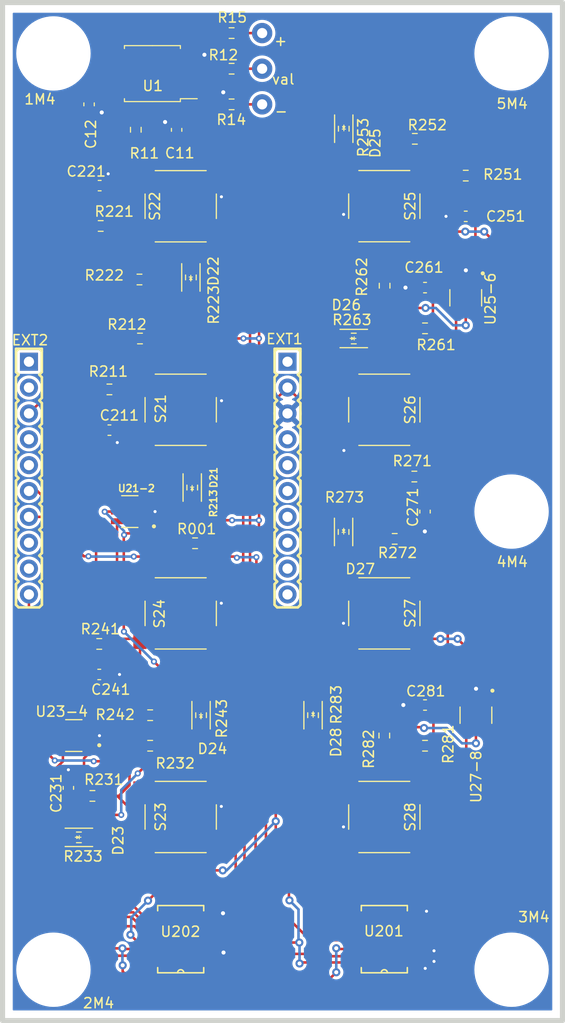
<source format=kicad_pcb>
(kicad_pcb (version 20211014) (generator pcbnew)
  (layers (0 "F.Cu" signal) (31 "B.Cu" signal) (34 "B.Paste" user) (35 "F.Paste" user) (36 "B.SilkS" user "B.Silkscreen") (37 "F.SilkS" user "F.Silkscreen") (38 "B.Mask" user) (39 "F.Mask" user) (44 "Edge.Cuts" user))
  (net 0 "")
  (net 1 "/ADC_CH7-U11RP1")
  (net 2 "GND")
  (net 3 "+3V3")
  (net 4 "Net-(C211-Pad1)")
  (net 5 "Net-(C221-Pad1)")
  (net 6 "Net-(C231-Pad1)")
  (net 7 "Net-(C241-Pad1)")
  (net 8 "Net-(C251-Pad1)")
  (net 9 "Net-(C261-Pad1)")
  (net 10 "Net-(C271-Pad1)")
  (net 11 "Net-(C281-Pad1)")
  (net 12 "Net-(D21-Pad1)")
  (net 13 "+5V")
  (net 14 "Net-(D22-Pad1)")
  (net 15 "Net-(D23-Pad1)")
  (net 16 "Net-(D24-Pad1)")
  (net 17 "Net-(D25-Pad1)")
  (net 18 "Net-(D26-Pad1)")
  (net 19 "Net-(D27-Pad1)")
  (net 20 "Net-(D28-Pad1)")
  (net 31 "/GPIO32-INTB")
  (net 32 "/I2C_SCL")
  (net 35 "/I2C_SDA")
  (net 37 "Net-(R14-Pad1)")
  (net 38 "Net-(R15-Pad2)")
  (net 39 "Net-(R211-Pad2)")
  (net 40 "Net-(R221-Pad2)")
  (net 41 "Net-(R231-Pad2)")
  (net 42 "Net-(R241-Pad2)")
  (net 43 "Net-(R251-Pad2)")
  (net 44 "Net-(R261-Pad2)")
  (net 45 "Net-(R271-Pad2)")
  (net 46 "Net-(R281-Pad2)")
  (net 47 "/U202P1-S21LED")
  (net 48 "/U202P0-S22LED")
  (net 49 "/U202P3-S23LED")
  (net 50 "/U202P2-S24LED")
  (net 51 "/U201P0-S25LED")
  (net 52 "/U201P3-S26LED")
  (net 53 "/U201P4-S27LED")
  (net 54 "/U201P7-S28LED")
  (net 55 "/U202P7-U212S22")
  (net 56 "/U202P6-U212S21")
  (net 57 "/U202P5-U234S24")
  (net 58 "/U202P4-U234S23")
  (net 59 "/U201P2-U256S26")
  (net 60 "/U201P1-U256S25")
  (net 64 "Net-(R12-Pad1)")
  (net 65 "Net-(R12-Pad2)")
  (net 66 "/U201P6-U278S28")
  (net 67 "/U201P5-U278S27")
  (net 68 "Net-(R11-Pad1)")
  (footprint "SOP65P640X110-16N:SOP65P640X110-16N" (layer "F.Cu") (at 20 92 180)
    (fp_text reference "U202")
    (fp_text value "PCA8574PW,118")
  )
  (footprint "Resistor_SMD:R_0603_1608Metric" (layer "F.Cu") (at 40 72 90)
    (fp_text reference "R282")
    (fp_text value "1KOhm")
  )
  (footprint "Resistor_SMD:R_0603_1608Metric" (layer "F.Cu") (at 11.3284 77.9272)
    (fp_text reference "R231")
    (fp_text value "10K")
  )
  (footprint "MountingHole:MountingHole_4.3mm_M4_ISO14580" (layer "F.Cu") (at 7.5 95)
    (fp_text reference "2M4")
    (fp_text value "MountingHole_4.3mm_M4_ISO14580" hide)
  )
  (footprint "3006:3006.2100" (layer "F.Cu") (at 20 20.01 90)
    (fp_text reference "S22")
    (fp_text value "3006.2100")
  )
  (footprint "Resistor_SMD:R_0603_1608Metric" (layer "F.Cu") (at 33 70 90)
    (fp_text reference "R283")
    (fp_text value "68Ohm")
  )
  (footprint "3006:3006.2100" (layer "F.Cu") (at 40 80 -90)
    (fp_text reference "S28")
    (fp_text value "3006.2100")
  )
  (footprint "Resistor_SMD:R_0603_1608Metric" (layer "F.Cu") (at 17 70)
    (fp_text reference "R242")
    (fp_text value "1KOhm")
  )
  (footprint "NSI45020T1G:SOD3716X135N" (layer "F.Cu") (at 36.0172 12.3924 90)
    (fp_text reference "D25")
    (fp_text value "NSI45020T1G")
  )
  (footprint "connecteur:HN1x10" (layer "F.Cu") (at 30.492 46.71 -90)
    (fp_text reference "EXT1")
    (fp_text value "NS(HN1x10)" hide)
  )
  (footprint "Resistor_SMD:R_0603_1608Metric" (layer "F.Cu") (at 21.4122 53.1114)
    (fp_text reference "R001")
    (fp_text value "10k")
  )
  (footprint "Resistor_SMD:R_0603_1608Metric" (layer "F.Cu") (at 44 32 180)
    (fp_text reference "R261")
    (fp_text value "10KOhm")
  )
  (footprint "Capacitor_SMD:C_0603_1608Metric" (layer "F.Cu") (at 44 28 180)
    (fp_text reference "C261")
    (fp_text value "100nF")
  )
  (footprint "Capacitor_SMD:C_0603_1608Metric" (layer "F.Cu") (at 48 21 180)
    (fp_text reference "C251")
    (fp_text value "100nF")
  )
  (footprint "Capacitor_SMD:C_0603_1608Metric" (layer "F.Cu") (at 13 42)
    (fp_text reference "C211")
    (fp_text value "100nF")
  )
  (footprint "Resistor_SMD:R_0603_1608Metric" (layer "F.Cu") (at 21.1328 47.6382 -90)
    (fp_text reference "R213")
    (fp_text value "68Ohm")
  )
  (footprint "Resistor_SMD:R_0603_1608Metric" (layer "F.Cu") (at 36.0172 12.3924 90)
    (fp_text reference "R253")
    (fp_text value "68Ohm")
  )
  (footprint "Resistor_SMD:R_0603_1608Metric" (layer "F.Cu") (at 22 70 -90)
    (fp_text reference "R243")
    (fp_text value "68Ohm")
  )
  (footprint "SN74LVC2G14DBVTG4:SOT95P280X145-6N" (layer "F.Cu") (at 9.5 72 180)
    (fp_text reference "U23-4")
    (fp_text value "SN74")
  )
  (footprint "MountingHole:MountingHole_4.3mm_M4_ISO14580" (layer "F.Cu") (at 52.5 95)
    (fp_text reference "3M4")
    (fp_text value "MountingHole_4.3mm_M4_ISO14580" hide)
  )
  (footprint "Resistor_SMD:R_0603_1608Metric" (layer "F.Cu") (at 25 6.5 180)
    (fp_text reference "R12")
    (fp_text value "150Ohm")
  )
  (footprint "SN74LVC2G14DBVTG4:SOT95P280X145-6N" (layer "F.Cu") (at 48 29 -90)
    (fp_text reference "U25-6")
    (fp_text value "SN74LVC2G14DBVTG4")
  )
  (footprint "connecteur:HN1x10" (layer "F.Cu") (at 5.092 46.71 -90)
    (fp_text reference "EXT2")
    (fp_text value "NS(HN1x10)" hide)
  )
  (footprint "NSI45020T1G:SOD3716X135N" (layer "F.Cu") (at 22 70 -90)
    (fp_text reference "D24")
    (fp_text value "NSI45020T1G")
  )
  (footprint "MountingHole:MountingHole_4.3mm_M4_ISO14580" (layer "F.Cu") (at 52.5 50)
    (fp_text reference "4M4")
    (fp_text value "MountingHole_4.3mm_M4_ISO14580" hide)
  )
  (footprint "3006:3006.2100" (layer "F.Cu") (at 20 80 90)
    (fp_text reference "S23")
    (fp_text value "3006.2100")
  )
  (footprint "MountingHole:MountingHole_4.3mm_M4_ISO14580" (layer "F.Cu") (at 52.5 5)
    (fp_text reference "5M4")
    (fp_text value "MountingHole_4.3mm_M4_ISO14580" hide)
  )
  (footprint "Resistor_SMD:R_0603_1608Metric" (layer "F.Cu") (at 41.021 52.6796 180)
    (fp_text reference "R272")
    (fp_text value "1KOhm")
  )
  (footprint "Resistor_SMD:R_0603_1608Metric" (layer "F.Cu") (at 10 82 180)
    (fp_text reference "R233")
    (fp_text value "68Ohm")
  )
  (footprint "Capacitor_SMD:C_0603_1608Metric" (layer "F.Cu") (at 12.0396 17.9832)
    (fp_text reference "C221")
    (fp_text value "100nF")
  )
  (footprint "SOP65P640X110-16N:SOP65P640X110-16N" (layer "F.Cu") (at 40 92 180)
    (fp_text reference "U201")
    (fp_text value "PCA8574PW,118")
  )
  (footprint "NSI45020T1G:SOD3716X135N" (layer "F.Cu") (at 33 70 90)
    (fp_text reference "D28")
    (fp_text value "NSI45020T1G")
  )
  (footprint "NSI45020T1G:SOD3716X135N" (layer "F.Cu") (at 21.1328 47.6382 -90)
    (fp_text reference "D21")
    (fp_text value "NSI45020T1G")
  )
  (footprint "NSI45020T1G:SOD3716X135N" (layer "F.Cu") (at 21 27 -90)
    (fp_text reference "D22")
    (fp_text value "NSI45020T1G")
  )
  (footprint "Capacitor_SMD:C_0603_1608Metric" (layer "F.Cu") (at 44 50 -90)
    (fp_text reference "C271")
    (fp_text value "100nF")
  )
  (footprint "Resistor_SMD:R_0603_1608Metric" (layer "F.Cu") (at 37 33 180)
    (fp_text reference "R263")
    (fp_text value "68Ohm")
  )
  (footprint "Resistor_SMD:R_0603_1608Metric" (layer "F.Cu") (at 25 3)
    (fp_text reference "R15")
    (fp_text value "3.9kOhm")
  )
  (footprint "3006:3006.2100" (layer "F.Cu") (at 40 20 -90)
    (fp_text reference "S25")
    (fp_text value "3006.2100")
  )
  (footprint "3006:3006.2100" (layer "F.Cu") (at 40 60 -90)
    (fp_text reference "S27")
    (fp_text value "3006.2100")
  )
  (footprint "Resistor_SMD:R_0603_1608Metric" (layer "F.Cu") (at 16 33)
    (fp_text reference "R212")
    (fp_text value "1KOhm")
  )
  (footprint "Resistor_SMD:R_0603_1608Metric" (layer "F.Cu") (at 48 17 180)
    (fp_text reference "R251")
    (fp_text value "10KOhm")
  )
  (footprint "NSI45020T1G:SOD3716X135N" (layer "F.Cu") (at 37 33 180)
    (fp_text reference "D26")
    (fp_text value "NSI45020T1G")
  )
  (footprint "Capacitor_SMD:C_0603_1608Metric" (layer "F.Cu") (at 12 66)
    (fp_text reference "C241")
    (fp_text value "100nF")
  )
  (footprint "Capacitor_SMD:C_0603_1608Metric" (layer "F.Cu") (at 44 69 180)
    (fp_text reference "C281")
    (fp_text value "100nF")
  )
  (footprint "Resistor_SMD:R_0603_1608Metric" (layer "F.Cu") (at 12 63)
    (fp_text reference "R241")
    (fp_text value "10KOhm")
  )
  (footprint "Package_SO:SOIC-8_5.275x5.275mm_P1.27mm" (layer "F.Cu") (at 17.22 6.98 180)
    (fp_text reference "U1")
    (fp_text value "LM358")
  )
  (footprint "Capacitor_SMD:C_0603_1608Metric" (layer "F.Cu") (at 11 10 -90)
    (fp_text reference "C12")
    (fp_text value "100nF")
  )
  (footprint "Resistor_SMD:R_0603_1608Metric" (layer "F.Cu") (at 15.9512 27.2034)
    (fp_text reference "R222")
    (fp_text value "1KOhm")
  )
  (footprint "Resistor_SMD:R_0603_1608Metric" (layer "F.Cu") (at 36 52 90)
    (fp_text reference "R273")
    (fp_text value "68Ohm")
  )
  (footprint "NSI45020T1G:SOD3716X135N" (layer "F.Cu") (at 10 82 180)
    (fp_text reference "D23")
    (fp_text value "NSI45020T1G")
  )
  (footprint "SN74LVC2G14DBVTG4:SOT95P280X145-6N" (layer "F.Cu") (at 49 70 -90)
    (fp_text reference "U27-8")
    (fp_text value "SN74LVC2G14DBVTG4")
  )
  (footprint "Resistor_SMD:R_0603_1608Metric" (layer "F.Cu") (at 40.0304 27.813 90)
    (fp_text reference "R262")
    (fp_text value "1KOhm")
  )
  (footprint "Resistor_SMD:R_0603_1608Metric" (layer "F.Cu") (at 42.9514 46.5582 180)
    (fp_text reference "R271")
    (fp_text value "10KOhm")
  )
  (footprint "3006:3006.2100" (layer "F.Cu") (at 20 40 90)
    (fp_text reference "S21")
    (fp_text value "3006.2100")
  )
  (footprint "Resistor_SMD:R_0603_1608Metric" (layer "F.Cu") (at 15.59 12.495 -90)
    (fp_text reference "R11")
    (fp_text value "10KOhm")
  )
  (footprint "Resistor_SMD:R_0603_1608Metric" (layer "F.Cu") (at 17 73)
    (fp_text reference "R232")
    (fp_text value "1K")
  )
  (footprint "Capacitor_SMD:C_0603_1608Metric" (layer "F.Cu") (at 19.6 12.505 90)
    (fp_text reference "C11")
    (fp_text value "100nF")
  )
  (footprint "Resistor_SMD:R_0603_1608Metric" (layer "F.Cu") (at 13 38)
    (fp_text reference "R211")
    (fp_text value "10KOhm")
  )
  (footprint "NSI45020T1G:SOD3716X135N" (layer "F.Cu") (at 36 52 90)
    (fp_text reference "D27")
    (fp_text value "NSI45020T1G")
  )
  (footprint "SN74LVC2G14DBVTG4:SOT95P280X145-6N" (layer "F.Cu") (at 15 50 180)
    (fp_text reference "U21-2")
    (fp_text value "SN74LV")
  )
  (footprint "Resistor_SMD:R_0603_1608Metric" (layer "F.Cu") (at 21 27 -90)
    (fp_text reference "R223")
    (fp_text value "68Ohm")
  )
  (footprint "3006:3006.2100" (layer "F.Cu") (at 40 40 -90)
    (fp_text reference "S26")
    (fp_text value "3006.2100")
  )
  (footprint "Resistor_SMD:R_0603_1608Metric" (layer "F.Cu") (at 12.1412 21.9456)
    (fp_text reference "R221")
    (fp_text value "10KOhm")
  )
  (footprint "3006:3006.2100" (layer "F.Cu") (at 20 60 90)
    (fp_text reference "S24")
    (fp_text value "3006.2100")
  )
  (footprint "Capacitor_SMD:C_0603_1608Metric" (layer "F.Cu") (at 8.9662 77.1398 90)
    (fp_text reference "C231")
    (fp_text value "100nF")
  )
  (footprint "Resistor_SMD:R_0603_1608Metric" (layer "F.Cu") (at 44 73 180)
    (fp_text reference "R281")
    (fp_text value "10KOhm")
  )
  (footprint "Resistor_SMD:R_0603_1608Metric" (layer "F.Cu") (at 43 13.3858 180)
    (fp_text reference "R252")
    (fp_text value "1KOhm")
  )
  (footprint "Resistor_SMD:R_0603_1608Metric" (layer "F.Cu") (at 25 10 180)
    (fp_text reference "R14")
    (fp_text value "680Ohm")
  )
  (footprint "MountingHole:MountingHole_4.3mm_M4_ISO14580" (layer "F.Cu") (at 7.5 5)
    (fp_text reference "1M4")
    (fp_text value "MountingHole_4.3mm_M4_ISO14580" hide)
  )
  (gr_rect locked (start 2.5 0) (end 57.5 100) (layer "Edge.Cuts") (width 0.5) (fill none))
  (gr_text "-" (at 29.8704 10.668) (layer "F.SilkS") (effects (font (size 1 1))))
  (gr_text "val" (at 30.0736 7.5438) (layer "F.SilkS") (effects (font (size 1 1))))
  (gr_text "+" (at 29.8196 3.7592) (layer "F.SilkS") (effects (font (size 1 1))))
  (segment locked (start 15.59 13.32) (end 19.56 13.32) (width 0.25) (layer "F.Cu") (net 1))
  (segment locked (start 8.68 36.772) (end 5.092 40.36) (width 0.25) (layer "F.Cu") (net 1))
  (segment locked (start 10.2 14.53) (end 8.68 16.05) (width 0.25) (layer "F.Cu") (net 1))
  (segment locked (start 14.38 14.53) (end 10.2 14.53) (width 0.25) (layer "F.Cu") (net 1))
  (segment locked (start 15.59 13.32) (end 14.38 14.53) (width 0.25) (layer "F.Cu") (net 1))
  (segment locked (start 19.56 13.32) (end 19.6 13.28) (width 0.25) (layer "F.Cu") (net 1))
  (segment locked (start 8.68 16.05) (end 8.68 36.772) (width 0.25) (layer "F.Cu") (net 1))
  (segment locked (start 44.1198 89.2556) (end 43.6614 89.714) (width 0.25) (layer "F.Cu") (net 2))
  (segment locked (start 24.2062 93.313) (end 23.8936 93.6256) (width 0.25) (layer "F.Cu") (net 2))
  (segment locked (start 49 67.41) (end 49.01 67.4) (width 0.25) (layer "F.Cu") (net 2))
  (segment locked (start 35.99 60.97) (end 36 60.98) (width 0.25) (layer "F.Cu") (net 2))
  (segment locked (start 12.8778 16.8261) (end 12.8778 17.92) (width 0.25) (layer "F.Cu") (net 2))
  (segment locked (start 24.2062 93.313) (end 23.8584 92.9652) (width 0.25) (layer "F.Cu") (net 2))
  (segment locked (start 24.1808 8.8138) (end 24.175 8.8196) (width 0.25) (layer "F.Cu") (net 2))
  (segment locked (start 23.8936 89.714) (end 22.8702 89.714) (width 0.25) (layer "F.Cu") (net 2))
  (segment locked (start 36 60.98) (end 36 62.5) (width 0.25) (layer "F.Cu") (net 2))
  (segment locked (start 12.01 72) (end 10.755 72) (width 0.25) (layer "F.Cu") (net 2))
  (segment locked (start 22.275 5.075) (end 22.33 5.13) (width 0.25) (layer "F.Cu") (net 2))
  (segment locked (start 44.7052 92.9652) (end 42.8702 92.9652) (width 0.25) (layer "F.Cu") (net 2))
  (segment locked (start 35.99 80.97) (end 36 80.98) (width 0.25) (layer "F.Cu") (net 2))
  (segment locked (start 24 39.1) (end 24.01 39.11) (width 0.25) (layer "F.Cu") (net 2))
  (segment locked (start 24 78.95) (end 24 77.5) (width 0.25) (layer "F.Cu") (net 2))
  (segment locked (start 13.775 43.215) (end 13.77 43.22) (width 0.25) (layer "F.Cu") (net 2))
  (segment locked (start 43.225 28) (end 42.08 28) (width 0.25) (layer "F.Cu") (net 2))
  (segment locked (start 43.6614 89.714) (end 42.8702 89.714) (width 0.25) (layer "F.Cu") (net 2))
  (segment locked (start 19.6 11.73) (end 18.4706 11.73) (width 0.25) (layer "F.Cu") (net 2))
  (segment locked (start 44.0182 94.869) (end 43.4352 94.286) (width 0.25) (layer "F.Cu") (net 2))
  (segment locked (start 11 10.775) (end 12.2228 10.775) (width 0.25) (layer "F.Cu") (net 2))
  (segment locked (start 44.8818 93.1418) (end 44.7052 92.9652) (width 0.25) (layer "F.Cu") (net 2))
  (segment locked (start 48 26.31) (end 48.01 26.3) (width 0.25) (layer "F.Cu") (net 2))
  (segment locked (start 24.1554 89.4522) (end 23.8936 89.714) (width 0.25) (layer "F.Cu") (net 2))
  (segment locked (start 44.1452 89.2556) (end 44.1198 89.2556) (width 0.25) (layer "F.Cu") (net 2))
  (segment locked (start 36 22.5) (end 36 20.81) (width 0.25) (layer "F.Cu") (net 2))
  (segment locked (start 23.99 78.96) (end 24 78.95) (width 0.25) (layer "F.Cu") (net 2))
  (segment locked (start 44.3242 93.6256) (end 42.8702 93.6256) (width 0.25) (layer "F.Cu") (net 2))
  (segment locked (start 24 37.5) (end 24 39.1) (width 0.25) (layer "F.Cu") (net 2))
  (segment locked (start 12.775 66) (end 13.99 66) (width 0.25) (layer "F.Cu") (net 2))
  (segment locked (start 12.02 72.01) (end 12.01 72) (width 0.25) (layer "F.Cu") (net 2))
  (segment locked (start 18.4706 11.73) (end 18.4658 11.7348) (width 0.25) (layer "F.Cu") (net 2))
  (segment locked (start 12.2228 10.775) (end 12.2428 10.795) (width 0.25) (layer "F.Cu") (net 2))
  (segment locked (start 17.48 50) (end 16.255 50) (width 0.25) (layer "F.Cu") (net 2))
  (segment locked (start 43.4352 94.286) (end 42.8702 94.286) (width 0.25) (layer "F.Cu") (net 2))
  (segment locked (start 43.225 69) (end 41.87 69) (width 0.25) (layer "F.Cu") (net 2))
  (segment locked (start 48 27.745) (end 48 26.31) (width 0.25) (layer "F.Cu") (net 2))
  (segment locked (start 24 19.08) (end 24 17.51) (width 0.25) (layer "F.Cu") (net 2))
  (segment locked (start 23.8584 92.9652) (end 22.8702 92.9652) (width 0.25) (layer "F.Cu") (net 2))
  (segment locked (start 23.99 59) (end 24 58.99) (width 0.25) (layer "F.Cu") (net 2))
  (segment locked (start 44.8818 94.1832) (end 44.3242 93.6256) (width 0.25) (layer "F.Cu") (net 2))
  (segment locked (start 44 50.775) (end 44 51.93) (width 0.25) (layer "F.Cu") (net 2))
  (segment locked (start 49 68.745) (end 49 67.41) (width 0.25) (layer "F.Cu") (net 2))
  (segment locked (start 20.82 5.075) (end 22.275 5.075) (width 0.25) (layer "F.Cu") (net 2))
  (segment locked (start 46.06 21) (end 47.225 21) (width 0.25) (layer "F.Cu") (net 2))
  (segment locked (start 23.8936 93.6256) (end 22.8702 93.6256) (width 0.25) (layer "F.Cu") (net 2))
  (segment locked (start 12.8717 17.9261) (end 12.8828 17.9261) (width 0.25) (layer "F.Cu") (net 2))
  (segment locked (start 12.8778 17.92) (end 12.8717 17.9261) (width 0.25) (layer "F.Cu") (net 2))
  (segment locked (start 13.775 42) (end 13.775 43.215) (width 0.25) (layer "F.Cu") (net 2))
  (segment locked (start 36 80.98) (end 36 82.5) (width 0.25) (layer "F.Cu") (net 2))
  (segment locked (start 36 43.97) (end 36 42.5) (width 0.25) (layer "F.Cu") (net 2))
  (segment locked (start 24.175 8.8196) (end 24.175 10) (width 0.25) (layer "F.Cu") (net 2))
  (segment locked (start 8.9662 75.3618) (end 8.9662 76.3648) (width 0.25) (layer "F.Cu") (net 2))
  (segment locked (start 24 58.99) (end 24 57.5) (width 0.25) (layer "F.Cu") (net 2))
  (via locked (at 48.01 26.3) (size 0.8) (drill 0.4) (layers "F.Cu" "B.Cu") (net 2))
  (via locked (at 23.99 78.96) (size 0.6) (drill 0.3) (layers "F.Cu" "B.Cu") (net 2))
  (via locked (at 49.01 67.4) (size 0.8) (drill 0.4) (layers "F.Cu" "B.Cu") (net 2))
  (via locked (at 35.99 60.97) (size 0.6) (drill 0.3) (layers "F.Cu" "B.Cu") (net 2))
  (via locked (at 12.8778 16.8261) (size 0.6) (drill 0.3) (layers "F.Cu" "B.Cu") (net 2))
  (via locked (at 44.1452 89.2556) (size 0.6) (drill 0.3) (layers "F.Cu" "B.Cu") (net 2))
  (via locked (at 12.2428 10.795) (size 0.8) (drill 0.4) (layers "F.Cu" "B.Cu") (net 2))
  (via locked (at 35.99 80.97) (size 0.6) (drill 0.3) (layers "F.Cu" "B.Cu") (net 2))
  (via locked (at 46.06 21) (size 0.6) (drill 0.3) (layers "F.Cu" "B.Cu") (net 2))
  (via locked (at 13.77 43.22) (size 0.6) (drill 0.3) (layers "F.Cu" "B.Cu") (net 2))
  (via locked (at 44.8818 94.1832) (size 0.6) (drill 0.3) (layers "F.Cu" "B.Cu") (net 2))
  (via locked (at 13.99 66) (size 0.6) (drill 0.3) (layers "F.Cu" "B.Cu") (net 2))
  (via locked (at 23.99 59) (size 0.6) (drill 0.3) (layers "F.Cu" "B.Cu") (net 2))
  (via locked (at 36.03 44) (size 0.6) (drill 0.3) (layers "F.Cu" "B.Cu") (net 2))
  (via locked (at 18.4658 11.7348) (size 0.8) (drill 0.4) (layers "F.Cu" "B.Cu") (net 2))
  (via locked (at 24.1554 89.4522) (size 0.8) (drill 0.4) (layers "F.Cu" "B.Cu") (net 2))
  (via locked (at 12.02 72.01) (size 0.6) (drill 0.3) (layers "F.Cu" "B.Cu") (net 2))
  (via locked (at 17.48 50) (size 0.6) (drill 0.3) (layers "F.Cu" "B.Cu") (net 2))
  (via locked (at 43.98 51.95) (size 0.8) (drill 0.4) (layers "F.Cu" "B.Cu") (net 2))
  (via locked (at 24 19.08) (size 0.6) (drill 0.3) (layers "F.Cu" "B.Cu") (net 2))
  (via locked (at 44.0182 94.869) (size 0.6) (drill 0.3) (layers "F.Cu" "B.Cu") (net 2))
  (via locked (at 42.08 28) (size 0.8) (drill 0.4) (layers "F.Cu" "B.Cu") (net 2))
  (via locked (at 36 20.81) (size 0.6) (drill 0.3) (layers "F.Cu" "B.Cu") (net 2))
  (via locked (at 24.1808 8.8138) (size 0.8) (drill 0.4) (layers "F.Cu" "B.Cu") (net 2))
  (via locked (at 8.9662 75.3618) (size 0.6) (drill 0.3) (layers "F.Cu" "B.Cu") (net 2))
  (via locked (at 41.87 69) (size 0.8) (drill 0.4) (layers "F.Cu" "B.Cu") (net 2))
  (via locked (at 22.33 5.13) (size 0.8) (drill 0.4) (layers "F.Cu" "B.Cu") (net 2))
  (via locked (at 24.2062 93.313) (size 0.8) (drill 0.4) (layers "F.Cu" "B.Cu") (net 2))
  (via locked (at 44.8818 93.1418) (size 0.6) (drill 0.3) (layers "F.Cu" "B.Cu") (net 2))
  (via locked (at 24.01 39.11) (size 0.6) (drill 0.3) (layers "F.Cu" "B.Cu") (net 2))
  (segment locked (start 31.56 22.45) (end 27.7 26.31) (width 0.25) (layer "F.Cu") (net 3))
  (segment locked (start 17.37 64.73) (end 17.825 65.185) (width 0.25) (layer "F.Cu") (net 3))
  (segment locked (start 17.825 71.995) (end 17.825 73) (width 0.25) (layer "F.Cu") (net 3))
  (segment locked (start 40.8046 26.988) (end 41.13 26.6626) (width 0.25) (layer "F.Cu") (net 3))
  (segment locked (start 13.28 9.225) (end 11.965 9.225) (width 0.25) (layer "F.Cu") (net 3))
  (segment locked (start 48 31.7) (end 48 30.255) (width 0.25) (layer "F.Cu") (net 3))
  (segment locked (start 16.1036 94.9706) (end 17.1196 95.9866) (width 0.25) (layer "F.Cu") (net 3))
  (segment locked (start 25.905 4.73) (end 24.175 3) (width 0.25) (layer "F.Cu") (net 3))
  (segment locked (start 24.257 94.7354) (end 23.8076 94.286) (width 0.25) (layer "F.Cu") (net 3))
  (segment locked (start 30.353 79.4766) (end 30.353 61.6458) (width 0.25) (layer "F.Cu") (net 3))
  (segment locked (start 22 71.73) (end 22 70.825) (width 0.25) (layer "F.Cu") (net 3))
  (segment locked (start 30.6324 79.756) (end 30.353 79.4766) (width 0.25) (layer "F.Cu") (net 3))
  (segment locked (start 14.158411 79.791589) (end 7.998411 79.791589) (width 0.25) (layer "F.Cu") (net 3))
  (segment locked (start 17.825 73) (end 20.73 73) (width 0.25) (layer "F.Cu") (net 3))
  (segment locked (start 7.77 80.02) (end 7.77 81.5) (width 0.25) (layer "F.Cu") (net 3))
  (segment locked (start 36.0172 10.6624) (end 36.0172 9.8552) (width 0.25) (layer "F.Cu") (net 3))
  (segment locked (start 30.492 37.82) (end 27.7 40.612) (width 0.25) (layer "F.Cu") (net 3))
  (segment locked (start 31.6484 92.329) (end 28.194 92.329) (width 0.25) (layer "F.Cu") (net 3))
  (segment locked (start 19.7866 53.1114) (end 20.5872 53.1114) (width 0.25) (layer "F.Cu") (net 3))
  (segment locked (start 38.28 47.02) (end 34.15 47.02) (width 0.25) (layer "F.Cu") (net 3))
  (segment locked (start 21 28.73) (end 21 27.825) (width 0.25) (layer "F.Cu") (net 3))
  (segment locked (start 18.37 52.14) (end 18.5926 51.9174) (width 0.25) (layer "F.Cu") (net 3))
  (segment locked (start 21.1328 49.3682) (end 21.1328 48.4632) (width 0.25) (layer "F.Cu") (net 3))
  (segment locked (start 40.196 52.6796) (end 40.196 48.936) (width 0.25) (layer "F.Cu") (net 3))
  (segment locked (start 36 50.27) (end 34.536978 50.27) (width 0.25) (layer "F.Cu") (net 3))
  (segment locked (start 26.162 32.9946) (end 18.8214 32.9946) (width 0.25) (layer "F.Cu") (net 3))
  (segment locked (start 14.44 52.29) (end 14.59 52.14) (width 0.25) (layer "F.Cu") (net 3))
  (segment locked (start 12.5445 50) (end 13.745 50) (width 0.25) (layer "F.Cu") (net 3))
  (segment locked (start 17.825 73) (end 17.825 73.675) (width 0.25) (layer "F.Cu") (net 3))
  (segment locked (start 49 71.255) (end 49 72.94) (width 0.25) (layer "F.Cu") (net 3))
  (segment locked (start 11.965 3.895) (end 11.965 9.225) (width 0.25) (layer "F.Cu") (net 3))
  (segment locked (start 36.0172 9.8552) (end 36.4524 9.42) (width 0.25) (layer "F.Cu") (net 3))
  (segment locked (start 34.31 9.42) (end 37.4108 9.42) (width 0.25) (layer "F.Cu") (net 3))
  (segment locked (start 12.1764 74.5236) (end 14.6 72.1) (width 0.25) (layer "F.Cu") (net 3))
  (segment locked (start 24.257 95.8342) (end 24.257 94.7354) (width 0.25) (layer "F.Cu") (net 3))
  (segment locked (start 16.7762 32.9512) (end 16.825 33) (width 0.25) (layer "F.Cu") (net 3))
  (segment locked (start 21 30.816) (end 21 28.73) (width 0.25) (layer "F.Cu") (net 3))
  (segment locked (start 23.6486 94.286) (end 22.8702 94.286) (width 0.25) (layer "F.Cu") (net 3))
  (segment locked (start 27.7 50.8368) (end 27.686 50.8508) (width 0.25) (layer "F.Cu") (net 3))
  (segment locked (start 41.13 26.6626) (end 41.13 25.2804) (width 0.25) (layer "F.Cu") (net 3))
  (segment locked (start 16.7762 27.2034) (end 16.7762 32.9512) (width 0.25) (layer "F.Cu") (net 3))
  (segment locked (start 14.59 52.14) (end 18.37 52.14) (width 0.25) (layer "F.Cu") (net 3))
  (segment locked (start 36.4524 9.42) (end 37.4108 9.42) (width 0.25) (layer "F.Cu") (net 3))
  (segment locked (start 33.979989 34.290011) (end 33.979989 41.635811) (width 0.25) (layer "F.Cu") (net 3))
  (segment locked (start 34.31 9.42) (end 29.62 4.73) (width 0.25) (layer "F.Cu") (net 3))
  (segment locked (start 21.1328 49.3772) (end 19.5832 50.9268) (width 0.25) (layer "F.Cu") (net 3))
  (segment locked (start 23.8076 94.286) (end 23.6486 94.286) (width 0.25) (layer "F.Cu") (net 3))
  (segment locked (start 7.63025 74.45) (end 6.9596 73.77935) (width 0.25) (layer "F.Cu") (net 3))
  (segment locked (start 42.175 10.725) (end 42.175 13.3858) (width 0.25) (layer "F.Cu") (net 3))
  (segment locked (start 27.7 26.31) (end 27.7 41.34) (width 0.25) (layer "F.Cu") (net 3))
  (segment locked (start 41.13 25.2804) (end 40.64 24.7904) (width 0.25) (layer "F.Cu") (net 3))
  (segment locked (start 18.5926 51.9174) (end 19.34 51.17) (width 0.25) (layer "F.Cu") (net 3))
  (segment locked (start 33.979989 49.713011) (end 33.979989 65.154989) (width 0.25) (layer "F.Cu") (net 3))
  (segment locked (start 33.979989 46.849989) (end 33.979989 49.713011) (width 0.25) (layer "F.Cu") (net 3))
  (segment locked (start 6.9596 73.77935) (end 6.9596 72.4154) (width 0.25) (layer "F.Cu") (net 3))
  (segment locked (start 13.62 8.885) (end 13.28 9.225) (width 0.25) (layer "F.Cu") (net 3))
  (segment locked (start 14.41 52.32) (end 14.41 61.77) (width 0.25) (layer "F.Cu") (net 3))
  (segment locked (start 17.825 65.185) (end 17.825 71.995) (width 0.25) (layer "F.Cu") (net 3))
  (segment locked (start 7.998411 79.791589) (end 7.77 80.02) (width 0.25) (layer "F.Cu") (net 3))
  (segment locked (start 14.41 61.77) (end 14.425 61.785) (width 0.25) (layer "F.Cu") (net 3))
  (segment locked (start 31.6738 94.3864) (end 31.7742 94.286) (width 0.25) (layer "F.Cu") (net 3))
  (segment locked (start 30.6324 88.138) (end 30.6324 79.756) (width 0.25) (layer "F.Cu") (net 3))
  (segment locked (start 28.194 92.329) (end 26.237 94.286) (width 0.25) (layer "F.Cu") (net 3))
  (segment locked (start 11.965 9.225) (end 11 9.225) (width 0.25) (layer "F.Cu") (net 3))
  (segment locked (start 40.196 48.936) (end 38.28 47.02) (width 0.25) (layer "F.Cu") (net 3))
  (segment locked (start 16.1036 94.6912) (end 16.1036 94.9706) (width 0.25) (layer "F.Cu") (net 3))
  (segment locked (start 16.5088 94.286) (end 16.1036 94.6912) (width 0.25) (layer "F.Cu") (net 3))
  (segment locked (start 24.1046 95.9866) (end 24.257 95.8342) (width 0.25) (layer "F.Cu") (net 3))
  (segment locked (start 14.6 72.1) (end 17.72 72.1) (width 0.25) (layer "F.Cu") (net 3))
  (segment locked (start 7.375 72) (end 8.245 72) (width 0.25) (layer "F.Cu") (net 3))
  (segment locked (start 27.686 52.5018) (end 27.686 50.8508) (width 0.25) (layer "F.Cu") (net 3))
  (segment locked (start 40.87 9.42) (end 42.175 10.725) (width 0.25) (layer "F.Cu") (net 3))
  (segment locked (start 33.979989 65.154989) (end 40 71.175) (width 0.25) (layer "F.Cu") (net 3))
  (segment locked (start 28.2956 59.5884) (end 28.2956 53.1114) (width 0.25) (layer "F.Cu") (net 3))
  (segment locked (start 27.7 41.34) (end 27.7 50.8368) (width 0.25) (layer "F.Cu") (net 3))
  (segment locked (start 27.7 40.612) (end 27.7 41.34) (width 0.25) (layer "F.Cu") (net 3))
  (segment locked (start 43.815 71.175) (end 43.9 71.26) (width 0.25) (layer "F.Cu") (net 3))
  (segment locked (start 33.979989 41.635811) (end 33.979989 46.849989) (width 0.25) (layer "F.Cu") (net 3))
  (segment locked (start 40.64 24.7904) (end 33.9004 24.7904) (width 0.25) (layer "F.Cu") (net 3))
  (segment locked (start 40 71.175) (end 43.815 71.175) (width 0.25) (layer "F.Cu") (net 3))
  (segment locked (start 19.6592 50.8508) (end 19.5832 50.9268) (width 0.25) (layer "F.Cu") (net 3))
  (segment locked (start 36 50.27) (end 36 51.175) (width 0.25) (layer "F.Cu") (net 3))
  (segment locked (start 11.4554 74.5236) (end 12.1764 74.5236) (width 0.25) (layer "F.Cu") (net 3))
  (segment locked (start 30.492 37.82) (end 33.979989 41.307989) (width 0.25) (layer "F.Cu") (net 3))
  (segment locked (start 14.44 52.29) (end 14.41 52.32) (width 0.25) (layer "F.Cu") (net 3))
  (segment locked (start 17.825 73.675) (end 15.78 75.72) (width 0.25) (layer "F.Cu") (net 3))
  (segment locked (start 7.77 81.5) (end 8.27 82) (width 0.25) (layer "F.Cu") (net 3))
  (segment locked (start 35.27 33) (end 33.979989 34.290011) (width 0.25) (layer "F.Cu") (net 3))
  (segment locked (start 28.2956 53.1114) (end 27.686 52.5018) (width 0.25) (layer "F.Cu") (net 3))
  (segment locked (start 44.0505 30) (end 42.49 30) (width 0.25) (layer "F.Cu") (net 3))
  (segment locked (start 21.1328 49.3682) (end 21.1328 49.3772) (width 0.25) (layer "F.Cu") (net 3))
  (segment locked (start 18.816 33) (end 21 30.816) (width 0.25) (layer "F.Cu") (net 3))
  (segment locked (start 24.175 3) (end 12.86 3) (width 0.25) (layer "F.Cu") (net 3))
  (segment locked (start 30.6832 88.1888) (end 30.6324 88.138) (width 0.25) (layer "F.Cu") (net 3))
  (segment locked (start 33.979989 41.307989) (end 33.979989 41.635811) (width 0.25) (layer "F.Cu") (net 3))
  (segment locked (start 25.0444 50.8508) (end 19.6592 50.8508) (width 0.25) (layer "F.Cu") (net 3))
  (segment locked (start 17.825 70) (end 17.825 65.185) (width 0.25) (layer "F.Cu") (net 3))
  (segment locked (start 30.353 61.6458) (end 28.2956 59.5884) (width 0.25) (layer "F.Cu") (net 3))
  (segment locked (start 26.237 94.286) (end 23.6486 94.286) (width 0.25) (layer "F.Cu") (net 3))
  (segment locked (start 18.5926 51.9174) (end 19.7866 53.1114) (width 0.25) (layer "F.Cu") (net 3))
  (segment locked (start 12.86 3) (end 11.965 3.895) (width 0.25) (layer "F.Cu") (net 3))
  (segment locked (start 17.1196 95.9866) (end 24.1046 95.9866) (width 0.25) (layer "F.Cu") (net 3))
  (segment locked (start 6.9596 72.4154) (end 7.375 72) (width 0.25) (layer "F.Cu") (net 3))
  (segment locked (start 42.49 30) (end 41.13 28.64) (width 0.25) (layer "F.Cu") (net 3))
  (segment locked (start 31.56 22.45) (end 31.56 12.17) (width 0.25) (layer "F.Cu") (net 3))
  (segment locked (start 8.27 82) (end 9.175 82) (width 0.25) (layer "F.Cu") (net 3))
  (segment locked (start 35.27 33) (end 36.175 33) (width 0.25) (layer "F.Cu") (net 3))
  (segment locked (start 29.62 4.73) (end 25.905 4.73) (width 0.25) (layer "F.Cu") (net 3))
  (segment locked (start 33 68.27) (end 33 66.134978) (width 0.25) (layer "F.Cu") (net 3))
  (segment locked (start 16.825 33) (end 18.816 33) (width 0.25) (layer "F.Cu") (net 3))
  (segment locked (start 20.73 73) (end 22 71.73) (width 0.25) (layer "F.Cu") (net 3))
  (segment locked (start 31.7742 94.286) (end 37.1298 94.286) (width 0.25) (layer "F.Cu") (net 3))
  (segment locked (start 34.15 47.02) (end 33.979989 46.849989) (width 0.25) (layer "F.Cu") (net 3))
  (segment locked (start 34.536978 50.27) (end 33.979989 49.713011) (width 0.25) (layer "F.Cu") (net 3))
  (segment locked (start 17.1298 94.286) (end 16.5088 94.286) (width 0.25) (layer "F.Cu") (net 3))
  (segment locked (start 37.4108 9.42) (end 40.87 9.42) (width 0.25) (layer "F.Cu") (net 3))
  (segment locked (start 31.56 12.17) (end 34.31 9.42) (width 0.25) (layer "F.Cu") (net 3))
  (segment locked (start 40.0304 26.988) (end 40.8046 26.988) (width 0.25) (layer "F.Cu") (net 3))
  (segment locked (start 19.5832 50.9268) (end 19.34 51.17) (width 0.25) (layer "F.Cu") (net 3))
  (segment locked (start 33 66.134978) (end 33.979989 65.154989) (width 0.25) (layer "F.Cu") (net 3))
  (segment locked (start 17.72 72.1) (end 17.825 71.995) (width 0.25) (layer "F.Cu") (net 3))
  (segment locked (start 33.9004 24.7904) (end 31.56 22.45) (width 0.25) (layer "F.Cu") (net 3))
  (segment locked (start 36 10.6452) (end 36 11.3048) (width 0.25) (layer "F.Cu") (net 3))
  (segment locked (start 41.13 28.64) (end 41.13 26.6626) (width 0.25) (layer "F.Cu") (net 3))
  (via locked (at 31.6484 92.329) (size 0.8) (drill 0.4) (layers "F.Cu" "B.Cu") (net 3))
  (via locked (at 25.0444 50.8508) (size 0.6) (drill 0.3) (layers "F.Cu" "B.Cu") (net 3))
  (via locked (at 43.9 71.26) (size 0.8) (drill 0.4) (layers "F.Cu" "B.Cu") (net 3))
  (via locked (at 48 31.7) (size 0.8) (drill 0.4) (layers "F.Cu" "B.Cu") (net 3))
  (via locked (at 15.78 75.72) (size 0.6) (drill 0.3) (layers "F.Cu" "B.Cu") (net 3))
  (via locked (at 14.44 52.29) (size 0.6) (drill 0.3) (layers "F.Cu" "B.Cu") (net 3))
  (via locked (at 27.686 32.9946) (size 0.6) (drill 0.3) (layers "F.Cu" "B.Cu") (net 3))
  (via locked (at 31.6738 94.3864) (size 0.8) (drill 0.4) (layers "F.Cu" "B.Cu") (net 3))
  (via locked (at 17.37 64.73) (size 0.6) (drill 0.3) (layers "F.Cu" "B.Cu") (net 3))
  (via locked (at 30.6832 88.1888) (size 0.8) (drill 0.4) (layers "F.Cu" "B.Cu") (net 3))
  (via locked (at 11.4554 74.5236) (size 0.6) (drill 0.3) (layers "F.Cu" "B.Cu") (net 3))
  (via locked (at 14.158411 79.791589) (size 0.6) (drill 0.3) (layers "F.Cu" "B.Cu") (net 3))
  (via locked (at 44.0505 30) (size 0.8) (drill 0.4) (layers "F.Cu" "B.Cu") (net 3))
  (via locked (at 14.425 61.785) (size 0.6) (drill 0.3) (layers "F.Cu" "B.Cu") (net 3))
  (via locked (at 7.63025 74.45) (size 0.6) (drill 0.3) (layers "F.Cu" "B.Cu") (net 3))
  (via locked (at 49 72.76) (size 0.8) (drill 0.4) (layers "F.Cu" "B.Cu") (net 3))
  (via locked (at 27.686 50.8508) (size 0.6) (drill 0.3) (layers "F.Cu" "B.Cu") (net 3))
  (via locked (at 26.162 32.9946) (size 0.6) (drill 0.3) (layers "F.Cu" "B.Cu") (net 3))
  (via locked (at 12.5345 50.01) (size 0.6) (drill 0.3) (layers "F.Cu" "B.Cu") (net 3))
  (segment locked (start 46.76 31.7) (end 48 31.7) (width 0.25) (layer "B.Cu") (net 3))
  (segment locked (start 27.686 32.9946) (end 26.162 32.9946) (width 0.25) (layer "B.Cu") (net 3))
  (segment locked (start 45.06 30) (end 46.76 31.7) (width 0.25) (layer "B.Cu") (net 3))
  (segment locked (start 14.425 61.785) (end 17.37 64.73) (width 0.25) (layer "B.Cu") (net 3))
  (segment locked (start 31.5722 89.0778) (end 31.5722 92.2528) (width 0.25) (layer "B.Cu") (net 3))
  (segment locked (start 11.4554 74.5236) (end 11.3818 74.45) (width 0.25) (layer "B.Cu") (net 3))
  (segment locked (start 14.44 52.29) (end 14.44 51.9155) (width 0.25) (layer "B.Cu") (net 3))
  (segment locked (start 31.5722 92.2528) (end 31.6484 92.329) (width 0.25) (layer "B.Cu") (net 3))
  (segment locked (start 49 72.76) (end 47.63 72.76) (width 0.25) (layer "B.Cu") (net 3))
  (segment locked (start 47.63 72.76) (end 46.13 71.26) (width 0.25) (layer "B.Cu") (net 3))
  (segment locked (start 15.78 75.72) (end 14.158411 77.341589) (width 0.25) (layer "B.Cu") (net 3))
  (segment locked (start 44.0505 30) (end 45.06 30) (width 0.25) (layer "B.Cu") (net 3))
  (segment locked (start 46.13 71.26) (end 43.9 71.26) (width 0.25) (layer "B.Cu") (net 3))
  (segment locked (start 31.6738 94.3864) (end 31.6738 92.3544) (width 0.25) (layer "B.Cu") (net 3))
  (segment locked (start 11.3818 74.45) (end 7.63025 74.45) (width 0.25) (layer "B.Cu") (net 3))
  (segment locked (start 14.44 51.9155) (end 12.5345 50.01) (width 0.25) (layer "B.Cu") (net 3))
  (segment locked (start 30.6832 88.1888) (end 31.5722 89.0778) (width 0.25) (layer "B.Cu") (net 3))
  (segment locked (start 27.686 50.8508) (end 25.0444 50.8508) (width 0.25) (layer "B.Cu") (net 3))
  (segment locked (start 31.6738 92.3544) (end 31.6484 92.329) (width 0.25) (layer "B.Cu") (net 3))
  (segment locked (start 14.158411 77.341589) (end 14.158411 79.791589) (width 0.25) (layer "B.Cu") (net 3))
  (segment locked (start 18.51 50.19) (end 17.75 50.95) (width 0.25) (layer "F.Cu") (net 4))
  (segment locked (start 12.225 44.275) (end 13.32 45.37) (width 0.25) (layer "F.Cu") (net 4))
  (segment locked (start 12.175 38) (end 11.98 38.195) (width 0.25) (layer "F.Cu") (net 4))
  (segment locked (start 18.51 46.73) (end 18.51 50.19) (width 0.25) (layer "F.Cu") (net 4))
  (segment locked (start 17.75 50.95) (end 16.255 50.95) (width 0.25) (layer "F.Cu") (net 4))
  (segment locked (start 12.225 42) (end 12.225 44.275) (width 0.25) (layer "F.Cu") (net 4))
  (segment locked (start 11.98 41.755) (end 12.225 42) (width 0.25) (layer "F.Cu") (net 4))
  (segment locked (start 11.98 38.195) (end 11.98 41.755) (width 0.25) (layer "F.Cu") (net 4))
  (segment locked (start 13.32 45.37) (end 17.15 45.37) (width 0.25) (layer "F.Cu") (net 4))
  (segment locked (start 17.15 45.37) (end 18.51 46.73) (width 0.25) (layer "F.Cu") (net 4))
  (segment locked (start 11.303 18.0216) (end 11.303 21.9324) (width 0.25) (layer "F.Cu") (net 5))
  (segment locked (start 17.63 49.05) (end 16.255 49.05) (width 0.25) (layer "F.Cu") (net 5))
  (segment locked (start 11.303 21.9324) (end 11.3162 21.9456) (width 0.25) (layer "F.Cu") (net 5))
  (segment locked (start 16.88 46.41) (end 17.75 47.28) (width 0.25) (layer "F.Cu") (net 5))
  (segment locked (start 12.37 46.41) (end 16.88 46.41) (width 0.25) (layer "F.Cu") (net 5))
  (segment locked (start 9.95 43.99) (end 12.37 46.41) (width 0.25) (layer "F.Cu") (net 5))
  (segment locked (start 17.75 47.28) (end 17.75 48.93) (width 0.25) (layer "F.Cu") (net 5))
  (segment locked (start 17.75 48.93) (end 17.63 49.05) (width 0.25) (layer "F.Cu") (net 5))
  (segment locked (start 11.3162 21.9456) (end 9.95 23.3118) (width 0.25) (layer "F.Cu") (net 5))
  (segment locked (start 9.95 23.3118) (end 9.95 43.99) (width 0.25) (layer "F.Cu") (net 5))
  (segment locked (start 11.2646 17.9832) (end 11.303 18.0216) (width 0.25) (layer "F.Cu") (net 5))
  (segment locked (start 8.9786 77.9272) (end 10.5034 77.9272) (width 0.25) (layer "F.Cu") (net 6))
  (segment locked (start 11.0998 73.6346) (end 11.0998 72.95) (width 0.25) (layer "F.Cu") (net 6))
  (segment locked (start 8.9662 77.9148) (end 8.9786 77.9272) (width 0.25) (layer "F.Cu") (net 6))
  (segment locked (start 10.5034 77.9272) (end 10.5034 74.231) (width 0.25) (layer "F.Cu") (net 6))
  (segment locked (start 11.0998 72.95) (end 10.755 72.95) (width 0.25) (layer "F.Cu") (net 6))
  (segment locked (start 10.5034 74.231) (end 11.0998 73.6346) (width 0.25) (layer "F.Cu") (net 6))
  (segment locked (start 10.93 66.295) (end 10.93 70.875) (width 0.25) (layer "F.Cu") (net 7))
  (segment locked (start 11.225 66) (end 10.93 66.295) (width 0.25) (layer "F.Cu") (net 7))
  (segment locked (start 11.175 65.95) (end 11.225 66) (width 0.25) (layer "F.Cu") (net 7))
  (segment locked (start 10.93 70.875) (end 10.755 71.05) (width 0.25) (layer "F.Cu") (net 7))
  (segment locked (start 11.175 63) (end 11.175 65.95) (width 0.25) (layer "F.Cu") (net 7))
  (segment locked (start 48.95 21.175) (end 48.775 21) (width 0.25) (layer "F.Cu") (net 8))
  (segment locked (start 48.95 27.745) (end 48.95 21.175) (width 0.25) (layer "F.Cu") (net 8))
  (segment locked (start 48.825 17) (end 48.825 20.95) (width 0.25) (layer "F.Cu") (net 8))
  (segment locked (start 44.775 28) (end 46.795 28) (width 0.25) (layer "F.Cu") (net 9))
  (segment locked (start 44.775 28) (end 44.775 31.95) (width 0.25) (layer "F.Cu") (net 9))
  (segment locked (start 46.795 28) (end 47.05 27.745) (width 0.25) (layer "F.Cu") (net 9))
  (segment locked (start 44.775 31.95) (end 44.825 32) (width 0.25) (layer "F.Cu") (net 9))
  (segment locked (start 44.907 49.225) (end 45.466 49.784) (width 0.25) (layer "F.Cu") (net 10))
  (segment locked (start 46.234511 61.982511) (end 46.234511 63.534511) (width 0.25) (layer "F.Cu") (net 10))
  (segment locked (start 43.825 49.05) (end 44 49.225) (width 0.25) (layer "F.Cu") (net 10))
  (segment locked (start 46.234511 63.534511) (end 49.95 67.25) (width 0.25) (layer "F.Cu") (net 10))
  (segment locked (start 49.95 67.25) (end 49.95 68.745) (width 0.25) (layer "F.Cu") (net 10))
  (segment locked (start 45.466 49.784) (end 45.466 61.214) (width 0.25) (layer "F.Cu") (net 10))
  (segment locked (start 45.466 61.214) (end 46.234511 61.982511) (width 0.25) (layer "F.Cu") (net 10))
  (segment locked (start 44 49.225) (end 44.907 49.225) (width 0.25) (layer "F.Cu") (net 10))
  (segment locked (start 43.825 46.6068) (end 43.825 49.05) (width 0.25) (layer "F.Cu") (net 10))
  (segment locked (start 43.7764 46.5582) (end 43.825 46.6068) (width 0.25) (layer "F.Cu") (net 10))
  (segment locked (start 47.795 69) (end 48.05 68.745) (width 0.25) (layer "F.Cu") (net 11))
  (segment locked (start 44.825 69.05) (end 44.775 69) (width 0.25) (layer "F.Cu") (net 11))
  (segment locked (start 44.825 73) (end 44.825 69.05) (width 0.25) (layer "F.Cu") (net 11))
  (segment locked (start 44.775 69) (end 47.795 69) (width 0.25) (layer "F.Cu") (net 11))
  (segment (start 22.2504 45.9232) (end 22.2354 45.9082) (width 0.25) (layer "F.Cu") (net 12))
  (segment (start 22.2354 45.9082) (end 21.1328 45.9082) (width 0.25) (layer "F.Cu") (net 12))
  (segment locked (start 21.1328 45.9082) (end 21.1328 46.8132) (width 0.25) (layer "F.Cu") (net 12))
  (segment locked (start 24 44.1736) (end 22.2504 45.9232) (width 0.25) (layer "F.Cu") (net 12))
  (segment locked (start 24 42.5) (end 24 44.1736) (width 0.25) (layer "F.Cu") (net 12))
  (segment locked (start 24 22.51) (end 24 23.61) (width 0.25) (layer "F.Cu") (net 14))
  (segment locked (start 22.34 25.27) (end 21 25.27) (width 0.25) (layer "F.Cu") (net 14))
  (segment locked (start 21 26.175) (end 21 25.27) (width 0.25) (layer "F.Cu") (net 14))
  (segment locked (start 24 23.61) (end 22.34 25.27) (width 0.25) (layer "F.Cu") (net 14))
  (segment locked (start 11.73 82.4) (end 13.43 84.1) (width 0.25) (layer "F.Cu") (net 15))
  (segment locked (start 11.73 82) (end 11.73 82.4) (width 0.25) (layer "F.Cu") (net 15))
  (segment locked (start 24 83.53) (end 24 82.5) (width 0.25) (layer "F.Cu") (net 15))
  (segment locked (start 23.43 84.1) (end 24 83.53) (width 0.25) (layer "F.Cu") (net 15))
  (segment locked (start 10.825 82) (end 11.73 82) (width 0.25) (layer "F.Cu") (net 15))
  (segment locked (start 13.43 84.1) (end 23.43 84.1) (width 0.25) (layer "F.Cu") (net 15))
  (segment locked (start 24 66.27) (end 22 68.27) (width 0.25) (layer "F.Cu") (net 16))
  (segment locked (start 24 62.5) (end 24 66.27) (width 0.25) (layer "F.Cu") (net 16))
  (segment locked (start 36 14.1396) (end 36 17.5) (width 0.25) (layer "F.Cu") (net 17))
  (segment locked (start 36.0172 14.1224) (end 36 14.1396) (width 0.25) (layer "F.Cu") (net 17))
  (segment locked (start 38.73 33) (end 36 35.73) (width 0.25) (layer "F.Cu") (net 18))
  (segment locked (start 36 35.73) (end 36 37.5) (width 0.25) (layer "F.Cu") (net 18))
  (segment locked (start 36 53.73) (end 36 57.5) (width 0.25) (layer "F.Cu") (net 19))
  (segment locked (start 33 76.31) (end 33 71.73) (width 0.25) (layer "F.Cu") (net 20))
  (segment locked (start 36 77.5) (end 34.19 77.5) (width 0.25) (layer "F.Cu") (net 20))
  (segment locked (start 34.19 77.5) (end 33 76.31) (width 0.25) (layer "F.Cu") (net 20))
  (segment locked (start 25.515991 54.53) (end 25.405991 54.42) (width 0.25) (layer "F.Cu") (net 31))
  (segment locked (start 16.7894 88.2142) (end 19.7612 85.2424) (width 0.25) (layer "F.Cu") (net 31))
  (segment locked (start 15.0622 91.567) (end 15.8254 92.3302) (width 0.25) (layer "F.Cu") (net 31))
  (segment locked (start 10.49 54.39) (end 8.44 52.34) (width 0.25) (layer "F.Cu") (net 31))
  (segment locked (start 8.44 52.34) (end 8.44 50.5) (width 0.25) (layer "F.Cu") (net 31))
  (segment locked (start 29.337 88.7222) (end 29.337 80.4164) (width 0.25) (layer "F.Cu") (net 31))
  (segment locked (start 22.8468 54.42) (end 15.39 54.42) (width 0.25) (layer "F.Cu") (net 31))
  (segment locked (start 37.1298 92.3302) (end 36.067489 92.3302) (width 0.25) (layer "F.Cu") (net 31))
  (segment locked (start 29.337 80.4164) (end 29.337 62.3824) (width 0.25) (layer "F.Cu") (net 31))
  (segment locked (start 35.8394 92.102111) (end 32.716911 92.102111) (width 0.25) (layer "F.Cu") (net 31))
  (segment locked (start 22.2372 53.1114) (end 22.2372 53.8104) (width 0.25) (layer "F.Cu") (net 31))
  (segment locked (start 22.2372 53.8104) (end 22.8468 54.42) (width 0.25) (layer "F.Cu") (net 31))
  (segment locked (start 27.4345 60.4799) (end 27.4345 54.48) (width 0.25) (layer "F.Cu") (net 31))
  (segment locked (start 32.716911 92.102111) (end 29.337 88.7222) (width 0.25) (layer "F.Cu") (net 31))
  (segment locked (start 19.7612 85.2424) (end 24.13 85.2424) (width 0.25) (layer "F.Cu") (net 31))
  (segment locked (start 36.067489 92.3302) (end 35.8394 92.102111) (width 0.25) (layer "F.Cu") (net 31))
  (segment locked (start 25.405991 54.42) (end 22.8468 54.42) (width 0.25) (layer "F.Cu") (net 31))
  (segment locked (start 5.92 47.98) (end 5.092 47.98) (width 0.25) (layer "F.Cu") (net 31))
  (segment locked (start 10.94 54.39) (end 10.49 54.39) (width 0.25) (layer "F.Cu") (net 31))
  (segment locked (start 8.44 50.5) (end 5.92 47.98) (width 0.25) (layer "F.Cu") (net 31))
  (segment locked (start 29.337 62.3824) (end 27.4345 60.4799) (width 0.25) (layer "F.Cu") (net 31))
  (segment locked (start 15.8254 92.3302) (end 17.1298 92.3302) (width 0.25) (layer "F.Cu") (net 31))
  (via locked (at 24.13 85.2424) (size 0.8) (drill 0.4) (layers "F.Cu" "B.Cu") (net 31))
  (via locked (at 27.4345 54.48) (size 0.6) (drill 0.3) (layers "F.Cu" "B.Cu") (net 31))
  (via locked (at 15.0622 91.567) (size 0.8) (drill 0.4) (layers "F.Cu" "B.Cu") (net 31))
  (via locked (at 15.39 54.42) (size 0.6) (drill 0.3) (layers "F.Cu" "B.Cu") (net 31))
  (via locked (at 29.337 80.4164) (size 0.8) (drill 0.4) (layers "F.Cu" "B.Cu") (net 31))
  (via locked (at 10.94 54.39) (size 0.6) (drill 0.3) (layers "F.Cu" "B.Cu") (net 31))
  (via locked (at 25.515991 54.53) (size 0.6) (drill 0.3) (layers "F.Cu" "B.Cu") (net 31))
  (via locked (at 16.7894 88.2142) (size 0.8) (drill 0.4) (layers "F.Cu" "B.Cu") (net 31))
  (segment locked (start 25.515991 54.53) (end 25.565991 54.48) (width 0.25) (layer "B.Cu") (net 31))
  (segment locked (start 10.94 54.39) (end 10.97 54.42) (width 0.25) (layer "B.Cu") (net 31))
  (segment locked (start 15.1384 91.4908) (end 15.0622 91.567) (width 0.25) (layer "B.Cu") (net 31))
  (segment locked (start 24.511 85.2424) (end 24.13 85.2424) (width 0.25) (layer "B.Cu") (net 31))
  (segment locked (start 29.337 80.4164) (end 24.511 85.2424) (width 0.25) (layer "B.Cu") (net 31))
  (segment locked (start 15.1384 89.8652) (end 15.1384 91.4908) (width 0.25) (layer "B.Cu") (net 31))
  (segment locked (start 10.97 54.42) (end 15.39 54.42) (width 0.25) (layer "B.Cu") (net 31))
  (segment locked (start 25.565991 54.48) (end 27.4345 54.48) (width 0.25) (layer "B.Cu") (net 31))
  (segment locked (start 16.7894 88.2142) (end 15.1384 89.8652) (width 0.25) (layer "B.Cu") (net 31))
  (segment locked (start 35.354002 92.9652) (end 37.1298 92.9652) (width 0.25) (layer "F.Cu") (net 32))
  (segment locked (start 35.279973 92.891171) (end 35.354002 92.9652) (width 0.25) (layer "F.Cu") (net 32))
  (segment locked (start 17.1298 92.9652) (end 14.3389 92.9652) (width 0.25) (layer "F.Cu") (net 32))
  (segment locked (start 12.7641 92.9011) (end 4.3688 84.5058) (width 0.25) (layer "F.Cu") (net 32))
  (segment locked (start 35.2806 95.25) (end 33.2232 97.3074) (width 0.25) (layer "F.Cu") (net 32))
  (segment locked (start 33.2232 97.3074) (end 16.4338 97.3074) (width 0.25) (layer "F.Cu") (net 32))
  (segment locked (start 7.32 51.11) (end 6.73 50.52) (width 0.25) (layer "F.Cu") (net 32))
  (segment locked (start 14.3002 95.1738) (end 14.3002 94.5642) (width 0.25) (layer "F.Cu") (net 32))
  (segment locked (start 7.32 63.45) (end 7.32 51.11) (width 0.25) (layer "F.Cu") (net 32))
  (segment locked (start 16.4338 97.3074) (end 14.3002 95.1738) (width 0.25) (layer "F.Cu") (net 32))
  (segment locked (start 6.73 50.52) (end 5.092 50.52) (width 0.25) (layer "F.Cu") (net 32))
  (segment locked (start 4.3688 84.5058) (end 4.3688 66.4012) (width 0.25) (layer "F.Cu") (net 32))
  (segment locked (start 14.2748 92.9011) (end 12.7641 92.9011) (width 0.25) (layer "F.Cu") (net 32))
  (segment locked (start 4.3688 66.4012) (end 7.32 63.45) (width 0.25) (layer "F.Cu") (net 32))
  (segment locked (start 14.3389 92.9652) (end 14.2748 92.9011) (width 0.25) (layer "F.Cu") (net 32))
  (via locked (at 35.2806 95.25) (size 0.8) (drill 0.4) (layers "F.Cu" "B.Cu") (net 32))
  (via locked (at 14.2748 92.9011) (size 0.8) (drill 0.4) (layers "F.Cu" "B.Cu") (net 32))
  (via locked (at 14.3002 94.5642) (size 0.8) (drill 0.4) (layers "F.Cu" "B.Cu") (net 32))
  (via locked (at 35.279973 92.891171) (size 0.8) (drill 0.4) (layers "F.Cu" "B.Cu") (net 32))
  (segment locked (start 14.2748 94.5388) (end 14.3002 94.5642) (width 0.25) (layer "B.Cu") (net 32))
  (segment locked (start 35.279973 92.891171) (end 35.2806 92.891798) (width 0.25) (layer "B.Cu") (net 32))
  (segment locked (start 35.2806 92.891798) (end 35.2806 95.25) (width 0.25) (layer "B.Cu") (net 32))
  (segment locked (start 14.2748 92.9011) (end 14.2748 94.5388) (width 0.25) (layer "B.Cu") (net 32))
  (segment locked (start 34.671 93.6752) (end 37.0802 93.6752) (width 0.25) (layer "F.Cu") (net 35))
  (segment locked (start 15.3924 94.361) (end 15.3924 95.25) (width 0.25) (layer "F.Cu") (net 35))
  (segment locked (start 12.3456 93.6256) (end 17.1298 93.6256) (width 0.25) (layer "F.Cu") (net 35))
  (segment locked (start 37.0802 93.6752) (end 37.1298 93.6256) (width 0.25) (layer "F.Cu") (net 35))
  (segment locked (start 28.067 93.4466) (end 34.4424 93.4466) (width 0.25) (layer "F.Cu") (net 35))
  (segment locked (start 15.3924 95.25) (end 16.84788 96.70548) (width 0.25) (layer "F.Cu") (net 35))
  (segment locked (start 16.1278 93.6256) (end 15.3924 94.361) (width 0.25) (layer "F.Cu") (net 35))
  (segment locked (start 34.4424 93.4466) (end 34.671 93.6752) (width 0.25) (layer "F.Cu") (net 35))
  (segment locked (start 3.7084 84.9884) (end 12.3456 93.6256) (width 0.25) (layer "F.Cu") (net 35))
  (segment locked (start 5.092 63.928) (end 3.7084 65.3116) (width 0.25) (layer "F.Cu") (net 35))
  (segment locked (start 5.092 58.14) (end 5.092 63.928) (width 0.25) (layer "F.Cu") (net 35))
  (segment locked (start 3.7084 65.3116) (end 3.7084 84.9884) (width 0.25) (layer "F.Cu") (net 35))
  (segment locked (start 16.84788 96.70548) (end 24.80812 96.70548) (width 0.25) (layer "F.Cu") (net 35))
  (segment locked (start 24.80812 96.70548) (end 28.067 93.4466) (width 0.25) (layer "F.Cu") (net 35))
  (segment locked (start 17.1298 93.6256) (end 16.1278 93.6256) (width 0.25) (layer "F.Cu") (net 35))
  (segment locked (start 25.825 10) (end 28 10) (width 0.25) (layer "F.Cu") (net 37))
  (via locked (at 28 10) (size 2) (drill 1) (layers "F.Cu" "B.Cu") (net 37))
  (segment locked (start 25.825 3) (end 28 3) (width 0.25) (layer "F.Cu") (net 38))
  (via locked (at 28 3) (size 2) (drill 1) (layers "F.Cu" "B.Cu") (net 38))
  (segment locked (start 14.86 33.315) (end 15.175 33) (width 0.25) (layer "F.Cu") (net 39))
  (segment locked (start 14.86 36.965) (end 14.86 33.315) (width 0.25) (layer "F.Cu") (net 39))
  (segment locked (start 13.825 38.045) (end 16 40.22) (width 0.25) (layer "F.Cu") (net 39))
  (segment locked (start 13.825 38) (end 13.825 38.045) (width 0.25) (layer "F.Cu") (net 39))
  (segment locked (start 13.825 38) (end 14.86 36.965) (width 0.25) (layer "F.Cu") (net 39))
  (segment locked (start 16 40.22) (end 16 42.5) (width 0.25) (layer "F.Cu") (net 39))
  (segment locked (start 16 22.51) (end 15.113 23.397) (width 0.25) (layer "F.Cu") (net 40))
  (segment locked (start 15.113 23.397) (end 15.113 27.1902) (width 0.25) (layer "F.Cu") (net 40))
  (segment locked (start 15.113 27.1902) (end 15.1262 27.2034) (width 0.25) (layer "F.Cu") (net 40))
  (segment locked (start 15.4356 21.9456) (end 16 22.51) (width 0.25) (layer "F.Cu") (net 40))
  (segment locked (start 12.9662 21.9456) (end 15.4356 21.9456) (width 0.25) (layer "F.Cu") (net 40))
  (segment locked (start 16 80.158) (end 16 82.5) (width 0.25) (layer "F.Cu") (net 41))
  (segment locked (start 14.97 74.205) (end 14.97 76.872) (width 0.25) (layer "F.Cu") (net 41))
  (segment locked (start 12.1534 77.9272) (end 13.7692 77.9272) (width 0.25) (layer "F.Cu") (net 41))
  (segment locked (start 13.842 78) (end 16 80.158) (width 0.25) (layer "F.Cu") (net 41))
  (segment locked (start 14.97 76.872) (end 13.842 78) (width 0.25) (layer "F.Cu") (net 41))
  (segment locked (start 16.175 73) (end 14.97 74.205) (width 0.25) (layer "F.Cu") (net 41))
  (segment locked (start 13.7692 77.9272) (end 13.842 78) (width 0.25) (layer "F.Cu") (net 41))
  (segment locked (start 13.325 62.5) (end 16 62.5) (width 0.25) (layer "F.Cu") (net 42))
  (segment locked (start 12.825 63) (end 13.325 62.5) (width 0.25) (layer "F.Cu") (net 42))
  (segment locked (start 16 69.825) (end 16 62.5) (width 0.25) (layer "F.Cu") (net 42))
  (segment locked (start 16.175 70) (end 16 69.825) (width 0.25) (layer "F.Cu") (net 42))
  (segment locked (start 44 13.5608) (end 44 17.5) (width 0.25) (layer "F.Cu") (net 43))
  (segment locked (start 44.51 16.99) (end 47.165 16.99) (width 0.25) (layer "F.Cu") (net 43))
  (segment locked (start 44 17.5) (end 44.51 16.99) (width 0.25) (layer "F.Cu") (net 43))
  (segment locked (start 43.825 13.3858) (end 44 13.5608) (width 0.25) (layer "F.Cu") (net 43))
  (segment locked (start 47.165 16.99) (end 47.175 17) (width 0.25) (layer "F.Cu") (net 43))
  (segment locked (start 40.87 32) (end 40 31.13) (width 0.25) (layer "F.Cu") (net 44))
  (segment locked (start 43.175 34.405) (end 44 35.23) (width 0.25) (layer "F.Cu") (net 44))
  (segment locked (start 44 35.23) (end 44 37.5) (width 0.25) (layer "F.Cu") (net 44))
  (segment locked (start 40 31.13) (end 40 28.6684) (width 0.25) (layer "F.Cu") (net 44))
  (segment locked (start 43.175 32) (end 40.87 32) (width 0.25) (layer "F.Cu") (net 44))
  (segment locked (start 40 28.6684) (end 40.0304 28.638) (width 0.25) (layer "F.Cu") (net 44))
  (segment locked (start 43.175 32) (end 43.175 34.405) (width 0.25) (layer "F.Cu") (net 44))
  (segment (start 41.8338 46.948) (end 42.175 46.6068) (width 0.25) (layer "F.Cu") (net 45))
  (segment (start 41.8338 51.1048) (end 41.8338 46.948) (width 0.25) (layer "F.Cu") (net 45))
  (segment locked (start 42.175 46.6068) (end 42.1264 46.5582) (width 0.25) (layer "F.Cu") (net 45))
  (segment (start 42.175 51.446) (end 41.8338 51.1048) (width 0.25) (layer "F.Cu") (net 45))
  (segment locked (start 44 53.271) (end 42.175 51.446) (width 0.25) (layer "F.Cu") (net 45))
  (segment locked (start 41.846 51.775) (end 42.175 51.446) (width 0.25) (layer "F.Cu") (net 45))
  (segment locked (start 44 57.5) (end 44 53.271) (width 0.25) (layer "F.Cu") (net 45))
  (segment locked (start 41.846 52.6796) (end 41.846 51.775) (width 0.25) (layer "F.Cu") (net 45))
  (segment locked (start 44 75.99) (end 44 77.5) (width 0.25) (layer "F.Cu") (net 46))
  (segment locked (start 43.175 75.165) (end 44 75.99) (width 0.25) (layer "F.Cu") (net 46))
  (segment locked (start 43.175 73) (end 40.175 73) (width 0.25) (layer "F.Cu") (net 46))
  (segment locked (start 40.175 73) (end 40 72.825) (width 0.25) (layer "F.Cu") (net 46))
  (segment locked (start 43.175 73) (end 43.175 75.165) (width 0.25) (layer "F.Cu") (net 46))
  (segment locked (start 26.140491 37.270491) (end 24.7 35.83) (width 0.25) (layer "F.Cu") (net 47))
  (segment locked (start 24.7 35.83) (end 16.79 35.83) (width 0.25) (layer "F.Cu") (net 47))
  (segment locked (start 22.8702 91.6698) (end 26.4656 91.6698) (width 0.25) (layer "F.Cu") (net 47))
  (segment locked (start 26.4656 91.6698) (end 27.3558 90.7796) (width 0.25) (layer "F.Cu") (net 47))
  (segment locked (start 16 36.62) (end 16 37.5) (width 0.25) (layer "F.Cu") (net 47))
  (segment locked (start 26.140491 63.097491) (end 26.140491 37.270491) (width 0.25) (layer "F.Cu") (net 47))
  (segment locked (start 27.3558 90.7796) (end 27.3558 64.3128) (width 0.25) (layer "F.Cu") (net 47))
  (segment locked (start 27.3558 64.3128) (end 26.140491 63.097491) (width 0.25) (layer "F.Cu") (net 47))
  (segment locked (start 16.79 35.83) (end 16 36.62) (width 0.25) (layer "F.Cu") (net 47))
  (segment locked (start 26.81 61.8366) (end 26.81 16.96) (width 0.25) (layer "F.Cu") (net 48))
  (segment locked (start 25.47 15.62) (end 16.73 15.62) (width 0.25) (layer "F.Cu") (net 48))
  (segment locked (start 16 16.35) (end 16 17.51) (width 0.25) (layer "F.Cu") (net 48))
  (segment locked (start 28.3718 91.2368) (end 28.3718 63.3984) (width 0.25) (layer "F.Cu") (net 48))
  (segment locked (start 22.8702 92.3302) (end 27.2784 92.3302) (width 0.25) (layer "F.Cu") (net 48))
  (segment locked (start 26.81 16.96) (end 25.47 15.62) (width 0.25) (layer "F.Cu") (net 48))
  (segment locked (start 28.3718 63.3984) (end 26.81 61.8366) (width 0.25) (layer "F.Cu") (net 48))
  (segment locked (start 27.2784 92.3302) (end 28.3718 91.2368) (width 0.25) (layer "F.Cu") (net 48))
  (segment locked (start 16.73 15.62) (end 16 16.35) (width 0.25) (layer "F.Cu") (net 48))
  (segment locked (start 24.84 75.54) (end 25.4 76.1) (width 0.25) (layer "F.Cu") (net 49))
  (segment locked (start 16 77.5) (end 16 76.59) (width 0.25) (layer "F.Cu") (net 49))
  (segment locked (start 16 76.59) (end 17.05 75.54) (width 0.25) (layer "F.Cu") (net 49))
  (segment locked (start 17.05 75.54) (end 24.84 75.54) (width 0.25) (layer "F.Cu") (net 49))
  (segment locked (start 24.257814 90.3744) (end 22.8702 90.3744) (width 0.25) (layer "F.Cu") (net 49))
  (segment locked (start 25.4 76.1) (end 25.4 89.232214) (width 0.25) (layer "F.Cu") (net 49))
  (segment locked (start 25.4 89.232214) (end 24.259014 90.3732) (width 0.25) (layer "F.Cu") (net 49))
  (segment locked (start 24.259014 90.3732) (end 24.257 90.3732) (width 0.25) (layer "F.Cu") (net 49))
  (segment locked (start 25.25 56.25) (end 25.25 63.99) (width 0.25) (layer "F.Cu") (net 50))
  (segment locked (start 16.26 55.54) (end 24.54 55.54) (width 0.25) (layer "F.Cu") (net 50))
  (segment locked (start 26.2636 89.3064) (end 24.5352 91.0348) (width 0.25) (layer "F.Cu") (net 50))
  (segment locked (start 16 57.5) (end 16 55.8) (width 0.25) (layer "F.Cu") (net 50))
  (segment locked (start 25.25 63.99) (end 26.2636 65.0036) (width 0.25) (layer "F.Cu") (net 50))
  (segment locked (start 16 55.8) (end 16.26 55.54) (width 0.25) (layer "F.Cu") (net 50))
  (segment locked (start 26.2636 65.0036) (end 26.2636 89.3064) (width 0.25) (layer "F.Cu") (net 50))
  (segment locked (start 24.54 55.54) (end 25.25 56.25) (width 0.25) (layer "F.Cu") (net 50))
  (segment locked (start 24.5352 91.0348) (end 22.8702 91.0348) (width 0.25) (layer "F.Cu") (net 50))
  (segment locked (start 55.7276 82.4738) (end 45.8712 92.3302) (width 0.25) (layer "F.Cu") (net 51))
  (segment locked (start 49.81 22.5) (end 52.07 24.76) (width 0.25) (layer "F.Cu") (net 51))
  (segment locked (start 44 22.5) (end 47.95 22.5) (width 0.25) (layer "F.Cu") (net 51))
  (segment locked (start 48.514 56.5912) (end 55.7276 63.8048) (width 0.25) (layer "F.Cu") (net 51))
  (segment locked (start 48.514 40.8432) (end 48.514 56.5912) (width 0.25) (layer "F.Cu") (net 51))
  (segment locked (start 45.8712 92.3302) (end 42.8702 92.3302) (width 0.25) (layer "F.Cu") (net 51))
  (segment locked (start 52.07 24.76) (end 52.07 37.2872) (width 0.25) (layer "F.Cu") (net 51))
  (segment locked (start 55.7276 63.8048) (end 55.7276 82.4738) (width 0.25) (layer "F.Cu") (net 51))
  (segment locked (start 52.07 37.2872) (end 48.514 40.8432) (width 0.25) (layer "F.Cu") (net 51))
  (via locked (at 47.95 22.5) (size 0.8) (drill 0.4) (layers "F.Cu" "B.Cu") (net 51))
  (via locked (at 49.81 22.5) (size 0.8) (drill 0.4) (layers "F.Cu" "B.Cu") (net 51))
  (segment locked (start 47.95 22.5) (end 49.81 22.5) (width 0.25) (layer "B.Cu") (net 51))
  (segment locked (start 44 42.5) (end 45.212 43.712) (width 0.25) (layer "F.Cu") (net 52))
  (segment locked (start 45.212 48.26) (end 46.228 49.276) (width 0.25) (layer "F.Cu") (net 52))
  (segment locked (start 52.578 81.8642) (end 44.0678 90.3744) (width 0.25) (layer "F.Cu") (net 52))
  (segment locked (start 46.228 49.276) (end 46.228 59.944) (width 0.25) (layer "F.Cu") (net 52))
  (segment locked (start 44.0678 90.3744) (end 42.8702 90.3744) (width 0.25) (layer "F.Cu") (net 52))
  (segment locked (start 45.212 43.712) (end 45.212 48.26) (width 0.25) (layer "F.Cu") (net 52))
  (segment locked (start 46.228 59.944) (end 52.578 66.294) (width 0.25) (layer "F.Cu") (net 52))
  (segment locked (start 52.578 66.294) (end 52.578 81.8642) (width 0.25) (layer "F.Cu") (net 52))
  (segment locked (start 44 62.5) (end 45.51 62.5) (width 0.25) (layer "F.Cu") (net 53))
  (segment locked (start 35.2248 88.9204) (end 36.0184 89.714) (width 0.25) (layer "F.Cu") (net 53))
  (segment locked (start 46.6852 86.4362) (end 35.8394 86.4362) (width 0.25) (layer "F.Cu") (net 53))
  (segment locked (start 51.7144 67.0144) (end 51.7144 81.407) (width 0.25) (layer "F.Cu") (net 53))
  (segment locked (start 47.2 62.5) (end 51.7144 67.0144) (width 0.25) (layer "F.Cu") (net 53))
  (segment locked (start 36.0184 89.714) (end 37.1298 89.714) (width 0.25) (layer "F.Cu") (net 53))
  (segment locked (start 51.7144 81.407) (end 46.6852 86.4362) (width 0.25) (layer "F.Cu") (net 53))
  (segment locked (start 35.2248 87.0508) (end 35.2248 88.9204) (width 0.25) (layer "F.Cu") (net 53))
  (segment locked (start 35.8394 86.4362) (end 35.2248 87.0508) (width 0.25) (layer "F.Cu") (net 53))
  (via locked (at 45.51 62.5) (size 0.8) (drill 0.4) (layers "F.Cu" "B.Cu") (net 53))
  (via locked (at 47.2 62.5) (size 0.8) (drill 0.4) (layers "F.Cu" "B.Cu") (net 53))
  (segment locked (start 45.51 62.5) (end 47.2 62.5) (width 0.25) (layer "B.Cu") (net 53))
  (segment locked (start 33.943791 91.652591) (end 37.112591 91.652591) (width 0.25) (layer "F.Cu") (net 54))
  (segment locked (start 44 83.6) (end 43.5006 84.0994) (width 0.25) (layer "F.Cu") (net 54))
  (segment locked (start 32.2072 89.916) (end 33.943791 91.652591) (width 0.25) (layer "F.Cu") (net 54))
  (segment locked (start 37.112591 91.652591) (end 37.1298 91.6698) (width 0.25) (layer "F.Cu") (net 54))
  (segment locked (start 34.2392 84.0994) (end 32.2072 86.1314) (width 0.25) (layer "F.Cu") (net 54))
  (segment locked (start 44 82.5) (end 44 83.6) (width 0.25) (layer "F.Cu") (net 54))
  (segment locked (start 43.5006 84.0994) (end 34.2392 84.0994) (width 0.25) (layer "F.Cu") (net 54))
  (segment locked (start 32.2072 86.1314) (end 32.2072 89.916) (width 0.25) (layer "F.Cu") (net 54))
  (segment locked (start 11.69 57.52) (end 11.69 49.7) (width 0.25) (layer "F.Cu") (net 55))
  (segment locked (start 17.1298 91.6698) (end 16.382764 91.6698) (width 0.25) (layer "F.Cu") (net 55))
  (segment locked (start 8.7 64.02) (end 8.7 60.51) (width 0.25) (layer "F.Cu") (net 55))
  (segment locked (start 12.34 49.05) (end 13.745 49.05) (width 0.25) (layer "F.Cu") (net 55))
  (segment locked (start 11.69 49.7) (end 12.34 49.05) (width 0.25) (layer "F.Cu") (net 55))
  (segment locked (start 11.7348 90.7288) (end 4.9784 83.9724) (width 0.25) (layer "F.Cu") (net 55))
  (segment locked (start 4.9784 83.9724) (end 4.9784 67.7416) (width 0.25) (layer "F.Cu") (net 55))
  (segment locked (start 15.441764 90.7288) (end 11.7348 90.7288) (width 0.25) (layer "F.Cu") (net 55))
  (segment locked (start 8.7 60.51) (end 11.69 57.52) (width 0.25) (layer "F.Cu") (net 55))
  (segment locked (start 4.9784 67.7416) (end 8.7 64.02) (width 0.25) (layer "F.Cu") (net 55))
  (segment locked (start 16.382764 91.6698) (end 15.441764 90.7288) (width 0.25) (layer "F.Cu") (net 55))
  (segment locked (start 15.163082 89.8144) (end 11.8872 89.8144) (width 0.25) (layer "F.Cu") (net 56))
  (segment locked (start 5.588 83.5152) (end 5.588 68.762) (width 0.25) (layer "F.Cu") (net 56))
  (segment locked (start 9.96 61.01) (end 13.745 57.225) (width 0.25) (layer "F.Cu") (net 56))
  (segment locked (start 17.1298 91.0348) (end 16.383483 91.0348) (width 0.25) (layer "F.Cu") (net 56))
  (segment locked (start 16.383483 91.0348) (end 15.163082 89.8144) (width 0.25) (layer "F.Cu") (net 56))
  (segment locked (start 13.745 57.225) (end 13.745 50.95) (width 0.25) (layer "F.Cu") (net 56))
  (segment locked (start 9.96 64.39) (end 9.96 61.01) (width 0.25) (layer "F.Cu") (net 56))
  (segment locked (start 11.8872 89.8144) (end 5.588 83.5152) (width 0.25) (layer "F.Cu") (net 56))
  (segment locked (start 5.588 68.762) (end 9.96 64.39) (width 0.25) (layer "F.Cu") (net 56))
  (segment locked (start 6.29 72.3992) (end 7.6392 71.05) (width 0.25) (layer "F.Cu") (net 57))
  (segment locked (start 6.29 83.2774) (end 6.29 72.3992) (width 0.25) (layer "F.Cu") (net 57))
  (segment locked (start 15.34928 89.36488) (end 12.37748 89.36488) (width 0.25) (layer "F.Cu") (net 57))
  (segment locked (start 12.37748 89.36488) (end 6.29 83.2774) (width 0.25) (layer "F.Cu") (net 57))
  (segment locked (start 16.358801 90.3744) (end 15.34928 89.36488) (width 0.25) (layer "F.Cu") (net 57))
  (segment locked (start 17.1298 90.3744) (end 16.358801 90.3744) (width 0.25) (layer "F.Cu") (net 57))
  (segment locked (start 7.6392 71.05) (end 8.245 71.05) (width 0.25) (layer "F.Cu") (net 57))
  (segment locked (start 12.45368 88.45048) (end 6.858 82.8548) (width 0.25) (layer "F.Cu") (net 58))
  (segment locked (start 17.1298 89.714) (end 16.334118 89.714) (width 0.25) (layer "F.Cu") (net 58))
  (segment locked (start 6.858 82.8548) (end 6.858 76.105443) (width 0.25) (layer "F.Cu") (net 58))
  (segment locked (start 8.43 74.533443) (end 8.43 73.135) (width 0.25) (layer "F.Cu") (net 58))
  (segment locked (start 16.334118 89.714) (end 15.070597 88.45048) (width 0.25) (layer "F.Cu") (net 58))
  (segment locked (start 8.43 73.135) (end 8.245 72.95) (width 0.25) (layer "F.Cu") (net 58))
  (segment locked (start 6.858 76.105443) (end 8.43 74.533443) (width 0.25) (layer "F.Cu") (net 58))
  (segment locked (start 15.070597 88.45048) (end 12.45368 88.45048) (width 0.25) (layer "F.Cu") (net 58))
  (segment locked (start 46.228 35.433) (end 46.228 47.752) (width 0.25) (layer "F.Cu") (net 59))
  (segment locked (start 46.9392 48.4632) (end 46.9392 58.8772) (width 0.25) (layer "F.Cu") (net 59))
  (segment locked (start 46.9392 58.8772) (end 53.594 65.532) (width 0.25) (layer "F.Cu") (net 59))
  (segment locked (start 47.05 30.255) (end 47.05 34.611) (width 0.25) (layer "F.Cu") (net 59))
  (segment locked (start 44.5758 91.0348) (end 42.8702 91.0348) (width 0.25) (layer "F.Cu") (net 59))
  (segment locked (start 53.594 65.532) (end 53.594 82.0166) (width 0.25) (layer "F.Cu") (net 59))
  (segment locked (start 47.05 34.611) (end 46.228 35.433) (width 0.25) (layer "F.Cu") (net 59))
  (segment locked (start 46.228 47.752) (end 46.9392 48.4632) (width 0.25) (layer "F.Cu") (net 59))
  (segment locked (start 53.594 82.0166) (end 44.5758 91.0348) (width 0.25) (layer "F.Cu") (net 59))
  (segment locked (start 47.7266 57.8866) (end 54.5592 64.7192) (width 0.25) (layer "F.Cu") (net 60))
  (segment locked (start 45.2616 91.6698) (end 42.8702 91.6698) (width 0.25) (layer "F.Cu") (net 60))
  (segment locked (start 47.7266 35.5854) (end 47.7266 57.8866) (width 0.25) (layer "F.Cu") (net 60))
  (segment locked (start 48.95 30.255) (end 48.95 34.362) (width 0.25) (layer "F.Cu") (net 60))
  (segment locked (start 48.95 34.362) (end 47.7266 35.5854) (width 0.25) (layer "F.Cu") (net 60))
  (segment locked (start 54.5592 82.3722) (end 45.2616 91.6698) (width 0.25) (layer "F.Cu") (net 60))
  (segment locked (start 54.5592 64.7192) (end 54.5592 82.3722) (width 0.25) (layer "F.Cu") (net 60))
  (segment locked (start 25.825 6.5) (end 28 6.5) (width 0.25) (layer "F.Cu") (net 64))
  (via locked (at 28 6.5) (size 2) (drill 1) (layers "F.Cu" "B.Cu") (net 64))
  (segment locked (start 24.175 6.5) (end 20.975 6.5) (width 0.25) (layer "F.Cu") (net 65))
  (segment locked (start 20.975 6.5) (end 20.82 6.345) (width 0.25) (layer "F.Cu") (net 65))
  (segment locked (start 34.8488 84.8614) (end 33.1978 86.5124) (width 0.25) (layer "F.Cu") (net 66))
  (segment locked (start 48.05 81.08) (end 44.2686 84.8614) (width 0.25) (layer "F.Cu") (net 66))
  (segment locked (start 48.05 71.255) (end 48.05 81.08) (width 0.25) (layer "F.Cu") (net 66))
  (segment locked (start 44.2686 84.8614) (end 34.8488 84.8614) (width 0.25) (layer "F.Cu") (net 66))
  (segment locked (start 33.1978 86.5124) (end 33.1978 89.4842) (width 0.25) (layer "F.Cu") (net 66))
  (segment locked (start 33.1978 89.4842) (end 34.7484 91.0348) (width 0.25) (layer "F.Cu") (net 66))
  (segment locked (start 34.7484 91.0348) (end 37.1298 91.0348) (width 0.25) (layer "F.Cu") (net 66))
  (segment locked (start 35.3072 90.3744) (end 37.1298 90.3744) (width 0.25) (layer "F.Cu") (net 67))
  (segment locked (start 45.2628 85.6996) (end 35.2552 85.6996) (width 0.25) (layer "F.Cu") (net 67))
  (segment locked (start 35.2552 85.6996) (end 34.1884 86.7664) (width 0.25) (layer "F.Cu") (net 67))
  (segment locked (start 49.95 81.0124) (end 45.2628 85.6996) (width 0.25) (layer "F.Cu") (net 67))
  (segment locked (start 34.1884 86.7664) (end 34.1884 89.2556) (width 0.25) (layer "F.Cu") (net 67))
  (segment locked (start 49.95 71.255) (end 49.95 81.0124) (width 0.25) (layer "F.Cu") (net 67))
  (segment locked (start 34.1884 89.2556) (end 35.3072 90.3744) (width 0.25) (layer "F.Cu") (net 67))
  (segment locked (start 20.82 7.615) (end 20.82 8.885) (width 0.25) (layer "F.Cu") (net 68))
  (segment locked (start 21.8948 10.5664) (end 16.0274 10.5664) (width 0.25) (layer "F.Cu") (net 68))
  (segment locked (start 15.59 11.0038) (end 15.59 11.67) (width 0.25) (layer "F.Cu") (net 68))
  (segment locked (start 16.0274 10.5664) (end 15.59 11.0038) (width 0.25) (layer "F.Cu") (net 68))
  (segment locked (start 22.352 10.1092) (end 21.8948 10.5664) (width 0.25) (layer "F.Cu") (net 68))
  (segment locked (start 20.82 8.885) (end 21.9152 8.885) (width 0.25) (layer "F.Cu") (net 68))
  (segment locked (start 21.9152 8.885) (end 22.352 9.3218) (width 0.25) (layer "F.Cu") (net 68))
  (segment locked (start 22.352 9.3218) (end 22.352 10.1092) (width 0.25) (layer "F.Cu") (net 68))
  (zone locked (net 2) (net_name "GND") (layer "B.Cu") (connect_pads (clearance 0.3)) (min_thickness 0.15) (fill yes (thermal_gap 0.508) (thermal_bridge_width 0.508))
    (polygon (pts (xy 57.3532 0.2794) (xy 57.3278 99.9236) (xy 2.6162 99.8728) (xy 2.6416 0.2286)))
  )
)
</source>
